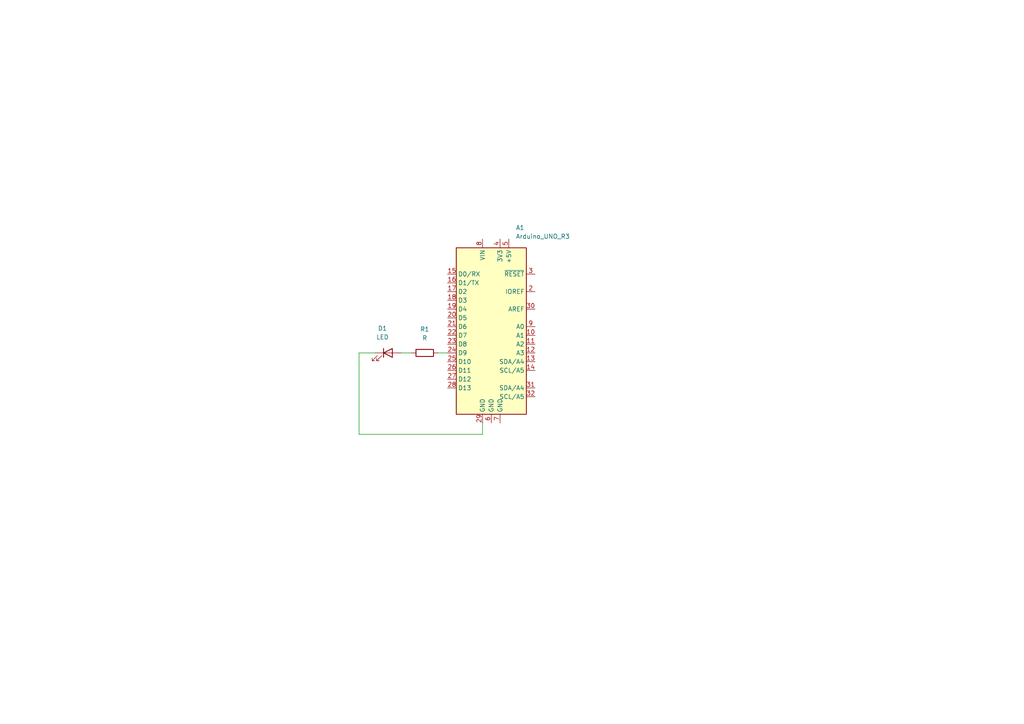
<source format=kicad_sch>
(kicad_sch (version 20211123) (generator eeschema)

  (uuid 281cd702-c52f-4733-a9ba-86b377d8bee5)

  (paper "A4")

  (lib_symbols
    (symbol "Device:LED" (pin_numbers hide) (pin_names (offset 1.016) hide) (in_bom yes) (on_board yes)
      (property "Reference" "D" (id 0) (at 0 2.54 0)
        (effects (font (size 1.27 1.27)))
      )
      (property "Value" "LED" (id 1) (at 0 -2.54 0)
        (effects (font (size 1.27 1.27)))
      )
      (property "Footprint" "" (id 2) (at 0 0 0)
        (effects (font (size 1.27 1.27)) hide)
      )
      (property "Datasheet" "~" (id 3) (at 0 0 0)
        (effects (font (size 1.27 1.27)) hide)
      )
      (property "ki_keywords" "LED diode" (id 4) (at 0 0 0)
        (effects (font (size 1.27 1.27)) hide)
      )
      (property "ki_description" "Light emitting diode" (id 5) (at 0 0 0)
        (effects (font (size 1.27 1.27)) hide)
      )
      (property "ki_fp_filters" "LED* LED_SMD:* LED_THT:*" (id 6) (at 0 0 0)
        (effects (font (size 1.27 1.27)) hide)
      )
      (symbol "LED_0_1"
        (polyline
          (pts
            (xy -1.27 -1.27)
            (xy -1.27 1.27)
          )
          (stroke (width 0.254) (type default) (color 0 0 0 0))
          (fill (type none))
        )
        (polyline
          (pts
            (xy -1.27 0)
            (xy 1.27 0)
          )
          (stroke (width 0) (type default) (color 0 0 0 0))
          (fill (type none))
        )
        (polyline
          (pts
            (xy 1.27 -1.27)
            (xy 1.27 1.27)
            (xy -1.27 0)
            (xy 1.27 -1.27)
          )
          (stroke (width 0.254) (type default) (color 0 0 0 0))
          (fill (type none))
        )
        (polyline
          (pts
            (xy -3.048 -0.762)
            (xy -4.572 -2.286)
            (xy -3.81 -2.286)
            (xy -4.572 -2.286)
            (xy -4.572 -1.524)
          )
          (stroke (width 0) (type default) (color 0 0 0 0))
          (fill (type none))
        )
        (polyline
          (pts
            (xy -1.778 -0.762)
            (xy -3.302 -2.286)
            (xy -2.54 -2.286)
            (xy -3.302 -2.286)
            (xy -3.302 -1.524)
          )
          (stroke (width 0) (type default) (color 0 0 0 0))
          (fill (type none))
        )
      )
      (symbol "LED_1_1"
        (pin passive line (at -3.81 0 0) (length 2.54)
          (name "K" (effects (font (size 1.27 1.27))))
          (number "1" (effects (font (size 1.27 1.27))))
        )
        (pin passive line (at 3.81 0 180) (length 2.54)
          (name "A" (effects (font (size 1.27 1.27))))
          (number "2" (effects (font (size 1.27 1.27))))
        )
      )
    )
    (symbol "Device:R" (pin_numbers hide) (pin_names (offset 0)) (in_bom yes) (on_board yes)
      (property "Reference" "R" (id 0) (at 2.032 0 90)
        (effects (font (size 1.27 1.27)))
      )
      (property "Value" "R" (id 1) (at 0 0 90)
        (effects (font (size 1.27 1.27)))
      )
      (property "Footprint" "" (id 2) (at -1.778 0 90)
        (effects (font (size 1.27 1.27)) hide)
      )
      (property "Datasheet" "~" (id 3) (at 0 0 0)
        (effects (font (size 1.27 1.27)) hide)
      )
      (property "ki_keywords" "R res resistor" (id 4) (at 0 0 0)
        (effects (font (size 1.27 1.27)) hide)
      )
      (property "ki_description" "Resistor" (id 5) (at 0 0 0)
        (effects (font (size 1.27 1.27)) hide)
      )
      (property "ki_fp_filters" "R_*" (id 6) (at 0 0 0)
        (effects (font (size 1.27 1.27)) hide)
      )
      (symbol "R_0_1"
        (rectangle (start -1.016 -2.54) (end 1.016 2.54)
          (stroke (width 0.254) (type default) (color 0 0 0 0))
          (fill (type none))
        )
      )
      (symbol "R_1_1"
        (pin passive line (at 0 3.81 270) (length 1.27)
          (name "~" (effects (font (size 1.27 1.27))))
          (number "1" (effects (font (size 1.27 1.27))))
        )
        (pin passive line (at 0 -3.81 90) (length 1.27)
          (name "~" (effects (font (size 1.27 1.27))))
          (number "2" (effects (font (size 1.27 1.27))))
        )
      )
    )
    (symbol "MCU_Module:Arduino_UNO_R3" (in_bom yes) (on_board yes)
      (property "Reference" "A" (id 0) (at -10.16 23.495 0)
        (effects (font (size 1.27 1.27)) (justify left bottom))
      )
      (property "Value" "Arduino_UNO_R3" (id 1) (at 5.08 -26.67 0)
        (effects (font (size 1.27 1.27)) (justify left top))
      )
      (property "Footprint" "Module:Arduino_UNO_R3" (id 2) (at 0 0 0)
        (effects (font (size 1.27 1.27) italic) hide)
      )
      (property "Datasheet" "https://www.arduino.cc/en/Main/arduinoBoardUno" (id 3) (at 0 0 0)
        (effects (font (size 1.27 1.27)) hide)
      )
      (property "ki_keywords" "Arduino UNO R3 Microcontroller Module Atmel AVR USB" (id 4) (at 0 0 0)
        (effects (font (size 1.27 1.27)) hide)
      )
      (property "ki_description" "Arduino UNO Microcontroller Module, release 3" (id 5) (at 0 0 0)
        (effects (font (size 1.27 1.27)) hide)
      )
      (property "ki_fp_filters" "Arduino*UNO*R3*" (id 6) (at 0 0 0)
        (effects (font (size 1.27 1.27)) hide)
      )
      (symbol "Arduino_UNO_R3_0_1"
        (rectangle (start -10.16 22.86) (end 10.16 -25.4)
          (stroke (width 0.254) (type default) (color 0 0 0 0))
          (fill (type background))
        )
      )
      (symbol "Arduino_UNO_R3_1_1"
        (pin no_connect line (at -10.16 -20.32 0) (length 2.54) hide
          (name "NC" (effects (font (size 1.27 1.27))))
          (number "1" (effects (font (size 1.27 1.27))))
        )
        (pin bidirectional line (at 12.7 -2.54 180) (length 2.54)
          (name "A1" (effects (font (size 1.27 1.27))))
          (number "10" (effects (font (size 1.27 1.27))))
        )
        (pin bidirectional line (at 12.7 -5.08 180) (length 2.54)
          (name "A2" (effects (font (size 1.27 1.27))))
          (number "11" (effects (font (size 1.27 1.27))))
        )
        (pin bidirectional line (at 12.7 -7.62 180) (length 2.54)
          (name "A3" (effects (font (size 1.27 1.27))))
          (number "12" (effects (font (size 1.27 1.27))))
        )
        (pin bidirectional line (at 12.7 -10.16 180) (length 2.54)
          (name "SDA/A4" (effects (font (size 1.27 1.27))))
          (number "13" (effects (font (size 1.27 1.27))))
        )
        (pin bidirectional line (at 12.7 -12.7 180) (length 2.54)
          (name "SCL/A5" (effects (font (size 1.27 1.27))))
          (number "14" (effects (font (size 1.27 1.27))))
        )
        (pin bidirectional line (at -12.7 15.24 0) (length 2.54)
          (name "D0/RX" (effects (font (size 1.27 1.27))))
          (number "15" (effects (font (size 1.27 1.27))))
        )
        (pin bidirectional line (at -12.7 12.7 0) (length 2.54)
          (name "D1/TX" (effects (font (size 1.27 1.27))))
          (number "16" (effects (font (size 1.27 1.27))))
        )
        (pin bidirectional line (at -12.7 10.16 0) (length 2.54)
          (name "D2" (effects (font (size 1.27 1.27))))
          (number "17" (effects (font (size 1.27 1.27))))
        )
        (pin bidirectional line (at -12.7 7.62 0) (length 2.54)
          (name "D3" (effects (font (size 1.27 1.27))))
          (number "18" (effects (font (size 1.27 1.27))))
        )
        (pin bidirectional line (at -12.7 5.08 0) (length 2.54)
          (name "D4" (effects (font (size 1.27 1.27))))
          (number "19" (effects (font (size 1.27 1.27))))
        )
        (pin output line (at 12.7 10.16 180) (length 2.54)
          (name "IOREF" (effects (font (size 1.27 1.27))))
          (number "2" (effects (font (size 1.27 1.27))))
        )
        (pin bidirectional line (at -12.7 2.54 0) (length 2.54)
          (name "D5" (effects (font (size 1.27 1.27))))
          (number "20" (effects (font (size 1.27 1.27))))
        )
        (pin bidirectional line (at -12.7 0 0) (length 2.54)
          (name "D6" (effects (font (size 1.27 1.27))))
          (number "21" (effects (font (size 1.27 1.27))))
        )
        (pin bidirectional line (at -12.7 -2.54 0) (length 2.54)
          (name "D7" (effects (font (size 1.27 1.27))))
          (number "22" (effects (font (size 1.27 1.27))))
        )
        (pin bidirectional line (at -12.7 -5.08 0) (length 2.54)
          (name "D8" (effects (font (size 1.27 1.27))))
          (number "23" (effects (font (size 1.27 1.27))))
        )
        (pin bidirectional line (at -12.7 -7.62 0) (length 2.54)
          (name "D9" (effects (font (size 1.27 1.27))))
          (number "24" (effects (font (size 1.27 1.27))))
        )
        (pin bidirectional line (at -12.7 -10.16 0) (length 2.54)
          (name "D10" (effects (font (size 1.27 1.27))))
          (number "25" (effects (font (size 1.27 1.27))))
        )
        (pin bidirectional line (at -12.7 -12.7 0) (length 2.54)
          (name "D11" (effects (font (size 1.27 1.27))))
          (number "26" (effects (font (size 1.27 1.27))))
        )
        (pin bidirectional line (at -12.7 -15.24 0) (length 2.54)
          (name "D12" (effects (font (size 1.27 1.27))))
          (number "27" (effects (font (size 1.27 1.27))))
        )
        (pin bidirectional line (at -12.7 -17.78 0) (length 2.54)
          (name "D13" (effects (font (size 1.27 1.27))))
          (number "28" (effects (font (size 1.27 1.27))))
        )
        (pin power_in line (at -2.54 -27.94 90) (length 2.54)
          (name "GND" (effects (font (size 1.27 1.27))))
          (number "29" (effects (font (size 1.27 1.27))))
        )
        (pin input line (at 12.7 15.24 180) (length 2.54)
          (name "~{RESET}" (effects (font (size 1.27 1.27))))
          (number "3" (effects (font (size 1.27 1.27))))
        )
        (pin input line (at 12.7 5.08 180) (length 2.54)
          (name "AREF" (effects (font (size 1.27 1.27))))
          (number "30" (effects (font (size 1.27 1.27))))
        )
        (pin bidirectional line (at 12.7 -17.78 180) (length 2.54)
          (name "SDA/A4" (effects (font (size 1.27 1.27))))
          (number "31" (effects (font (size 1.27 1.27))))
        )
        (pin bidirectional line (at 12.7 -20.32 180) (length 2.54)
          (name "SCL/A5" (effects (font (size 1.27 1.27))))
          (number "32" (effects (font (size 1.27 1.27))))
        )
        (pin power_out line (at 2.54 25.4 270) (length 2.54)
          (name "3V3" (effects (font (size 1.27 1.27))))
          (number "4" (effects (font (size 1.27 1.27))))
        )
        (pin power_out line (at 5.08 25.4 270) (length 2.54)
          (name "+5V" (effects (font (size 1.27 1.27))))
          (number "5" (effects (font (size 1.27 1.27))))
        )
        (pin power_in line (at 0 -27.94 90) (length 2.54)
          (name "GND" (effects (font (size 1.27 1.27))))
          (number "6" (effects (font (size 1.27 1.27))))
        )
        (pin power_in line (at 2.54 -27.94 90) (length 2.54)
          (name "GND" (effects (font (size 1.27 1.27))))
          (number "7" (effects (font (size 1.27 1.27))))
        )
        (pin power_in line (at -2.54 25.4 270) (length 2.54)
          (name "VIN" (effects (font (size 1.27 1.27))))
          (number "8" (effects (font (size 1.27 1.27))))
        )
        (pin bidirectional line (at 12.7 0 180) (length 2.54)
          (name "A0" (effects (font (size 1.27 1.27))))
          (number "9" (effects (font (size 1.27 1.27))))
        )
      )
    )
  )


  (wire (pts (xy 104.14 102.362) (xy 104.14 125.984))
    (stroke (width 0) (type default) (color 0 0 0 0))
    (uuid 1acab4dd-1ca0-4327-af7b-e801a5a03ff2)
  )
  (wire (pts (xy 104.14 125.984) (xy 139.954 125.984))
    (stroke (width 0) (type default) (color 0 0 0 0))
    (uuid 2203956b-9f5a-4bbc-a2c8-978154e32898)
  )
  (wire (pts (xy 139.954 125.984) (xy 139.954 122.682))
    (stroke (width 0) (type default) (color 0 0 0 0))
    (uuid 8226425c-957a-4b6e-aad0-c92b4b5931ed)
  )
  (wire (pts (xy 104.14 102.362) (xy 108.712 102.362))
    (stroke (width 0) (type default) (color 0 0 0 0))
    (uuid ae4fe507-60bf-4597-9439-94b62c18d951)
  )
  (wire (pts (xy 116.332 102.362) (xy 119.38 102.362))
    (stroke (width 0) (type default) (color 0 0 0 0))
    (uuid b0a956b0-f291-4d56-9462-68288198650a)
  )
  (wire (pts (xy 127 102.362) (xy 129.794 102.362))
    (stroke (width 0) (type default) (color 0 0 0 0))
    (uuid e5f2c6f8-6663-4f23-8957-a2975b6389f1)
  )

  (symbol (lib_id "Device:R") (at 123.19 102.362 90) (unit 1)
    (in_bom yes) (on_board yes) (fields_autoplaced)
    (uuid 7b5a9502-036a-4472-9365-0bfd53ec0624)
    (property "Reference" "R1" (id 0) (at 123.19 95.504 90))
    (property "Value" "R" (id 1) (at 123.19 98.044 90))
    (property "Footprint" "" (id 2) (at 123.19 104.14 90)
      (effects (font (size 1.27 1.27)) hide)
    )
    (property "Datasheet" "~" (id 3) (at 123.19 102.362 0)
      (effects (font (size 1.27 1.27)) hide)
    )
    (pin "1" (uuid 776dd420-7d47-482a-8f30-a8fc5daf54ca))
    (pin "2" (uuid 3681fa69-247a-4d7c-b2a2-da6284078267))
  )

  (symbol (lib_id "Device:LED") (at 112.522 102.362 0) (unit 1)
    (in_bom yes) (on_board yes) (fields_autoplaced)
    (uuid 957d6de2-aa88-4c3c-8de0-b1270f6c864f)
    (property "Reference" "D1" (id 0) (at 110.9345 95.25 0))
    (property "Value" "LED" (id 1) (at 110.9345 97.79 0))
    (property "Footprint" "" (id 2) (at 112.522 102.362 0)
      (effects (font (size 1.27 1.27)) hide)
    )
    (property "Datasheet" "~" (id 3) (at 112.522 102.362 0)
      (effects (font (size 1.27 1.27)) hide)
    )
    (pin "1" (uuid 9a1011a4-26ea-403a-93a3-2a99d1493bdd))
    (pin "2" (uuid 5376e985-0905-4b6b-a6aa-fc87a9029958))
  )

  (symbol (lib_id "MCU_Module:Arduino_UNO_R3") (at 142.494 94.742 0) (unit 1)
    (in_bom yes) (on_board yes) (fields_autoplaced)
    (uuid 9fa910d1-17ca-4c29-a68c-c6e5bdc694e3)
    (property "Reference" "A1" (id 0) (at 149.5934 66.04 0)
      (effects (font (size 1.27 1.27)) (justify left))
    )
    (property "Value" "Arduino_UNO_R3" (id 1) (at 149.5934 68.58 0)
      (effects (font (size 1.27 1.27)) (justify left))
    )
    (property "Footprint" "Module:Arduino_UNO_R3" (id 2) (at 142.494 94.742 0)
      (effects (font (size 1.27 1.27) italic) hide)
    )
    (property "Datasheet" "https://www.arduino.cc/en/Main/arduinoBoardUno" (id 3) (at 142.494 94.742 0)
      (effects (font (size 1.27 1.27)) hide)
    )
    (pin "1" (uuid 15dff3c4-9a2f-4a3b-ac2b-a77f9c79df0e))
    (pin "10" (uuid 287acf16-ce7a-4601-8015-ac2596f3e48c))
    (pin "11" (uuid 2da3e975-18d4-4ef4-a9a4-7a66291dc948))
    (pin "12" (uuid 26ae356b-da71-4eda-92f0-4caf8b797ab4))
    (pin "13" (uuid 0d8400ee-b034-46b5-a2e9-de30ddc1e857))
    (pin "14" (uuid 37dc5c8d-83b3-4a07-abe3-0c009c11e8ea))
    (pin "15" (uuid 6e732179-a7a3-4587-b07c-b8ea775cb9e8))
    (pin "16" (uuid 1ff356e4-d9ae-4f74-b423-2774b06e6bd2))
    (pin "17" (uuid b8f1395a-537c-4188-a6a0-4ce72d01e13f))
    (pin "18" (uuid 466ec8d4-2b8a-4a60-9b4b-caf94cf6496f))
    (pin "19" (uuid 04800ffa-704f-4d57-852a-38773bafc6d7))
    (pin "2" (uuid 7b7f2bc2-d8b7-42ca-bd49-14cfe0bb7d6d))
    (pin "20" (uuid b511deca-458e-4f9c-a498-d2aba9163d38))
    (pin "21" (uuid d45d196f-8b78-47e6-a3dc-b938b9e5f498))
    (pin "22" (uuid 63e4e5fe-4da4-4367-bfd3-b8c95d5381e3))
    (pin "23" (uuid a314eb3f-b90d-4972-94e3-85f0defa08fe))
    (pin "24" (uuid 083de2c9-4e91-4b9d-88a9-518622a9db32))
    (pin "25" (uuid 3c2ea78e-2cb3-4b4a-91b8-e1da2d876a97))
    (pin "26" (uuid 54b0ebbe-68ae-4506-8452-9d0c9356a345))
    (pin "27" (uuid f6038498-88a5-444c-bc38-578f027cc26a))
    (pin "28" (uuid 75cc9b44-d912-49fb-8d65-772f679ea7c8))
    (pin "29" (uuid c5574430-d642-4226-94fc-bad74fd192b6))
    (pin "3" (uuid d8fe15ab-d04a-4736-828c-602957020910))
    (pin "30" (uuid 6c4a8bb2-582a-435e-8e59-59cd81d28f62))
    (pin "31" (uuid f3d3f0c8-78ec-45f0-a895-32b065577cb1))
    (pin "32" (uuid df86ba18-b6ad-4974-b2ef-7d9ff072f8cf))
    (pin "4" (uuid 5397e16c-1a89-4a9d-8314-8cc5e0f5187d))
    (pin "5" (uuid 6aff064d-45f2-450a-ae71-adbb4080cb09))
    (pin "6" (uuid 7f3ed601-733c-46de-874e-809db959418e))
    (pin "7" (uuid e4160ac7-6a0d-40bb-9b0f-ab08384c368b))
    (pin "8" (uuid b8d60501-3755-48da-921a-10995b13f566))
    (pin "9" (uuid 626b3d12-d94e-42be-8e76-7ab1aecd5b75))
  )

  (sheet_instances
    (path "/" (page "1"))
  )

  (symbol_instances
    (path "/9fa910d1-17ca-4c29-a68c-c6e5bdc694e3"
      (reference "A1") (unit 1) (value "Arduino_UNO_R3") (footprint "Module:Arduino_UNO_R3")
    )
    (path "/957d6de2-aa88-4c3c-8de0-b1270f6c864f"
      (reference "D1") (unit 1) (value "LED") (footprint "LED_SMD:LED_1210_3225Metric_Pad1.42x2.65mm_HandSolder")
    )
    (path "/7b5a9502-036a-4472-9365-0bfd53ec0624"
      (reference "R1") (unit 1) (value "R") (footprint "Resistor_SMD:R_0402_1005Metric")
    )
  )
)

</source>
